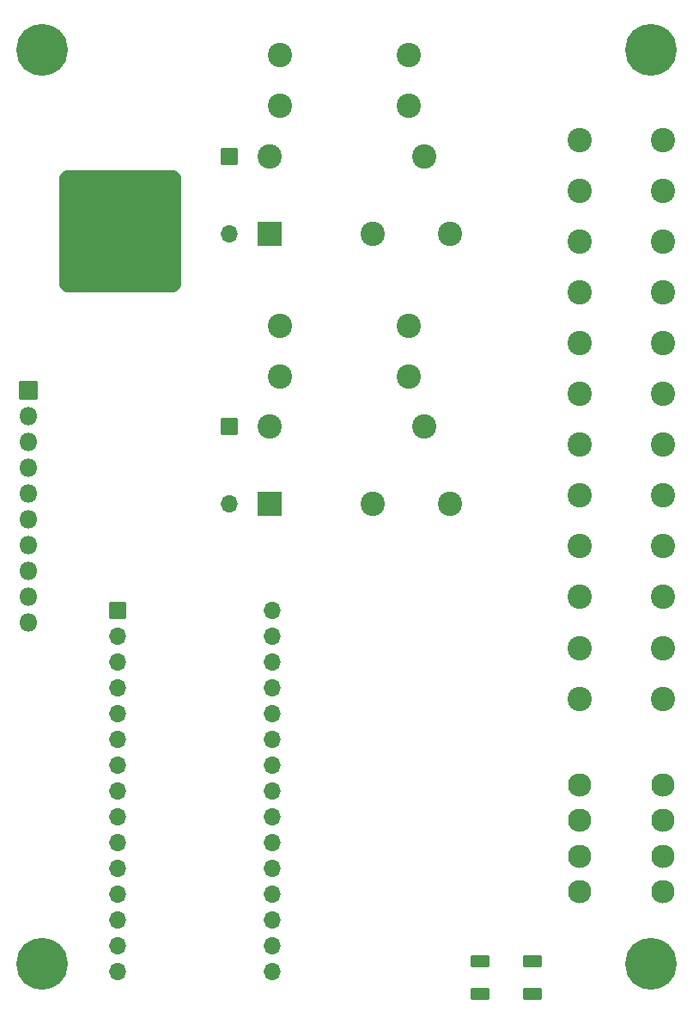
<source format=gbr>
%TF.GenerationSoftware,KiCad,Pcbnew,7.0.9*%
%TF.CreationDate,2024-02-10T01:22:26-05:00*%
%TF.ProjectId,BREAD_Slice,42524541-445f-4536-9c69-63652e6b6963,rev?*%
%TF.SameCoordinates,PX74eba40PY8552dc0*%
%TF.FileFunction,Soldermask,Top*%
%TF.FilePolarity,Negative*%
%FSLAX46Y46*%
G04 Gerber Fmt 4.6, Leading zero omitted, Abs format (unit mm)*
G04 Created by KiCad (PCBNEW 7.0.9) date 2024-02-10 01:22:26*
%MOMM*%
%LPD*%
G01*
G04 APERTURE LIST*
G04 Aperture macros list*
%AMRoundRect*
0 Rectangle with rounded corners*
0 $1 Rounding radius*
0 $2 $3 $4 $5 $6 $7 $8 $9 X,Y pos of 4 corners*
0 Add a 4 corners polygon primitive as box body*
4,1,4,$2,$3,$4,$5,$6,$7,$8,$9,$2,$3,0*
0 Add four circle primitives for the rounded corners*
1,1,$1+$1,$2,$3*
1,1,$1+$1,$4,$5*
1,1,$1+$1,$6,$7*
1,1,$1+$1,$8,$9*
0 Add four rect primitives between the rounded corners*
20,1,$1+$1,$2,$3,$4,$5,0*
20,1,$1+$1,$4,$5,$6,$7,0*
20,1,$1+$1,$6,$7,$8,$9,0*
20,1,$1+$1,$8,$9,$2,$3,0*%
G04 Aperture macros list end*
%ADD10RoundRect,1.050000X-5.000000X-5.000000X5.000000X-5.000000X5.000000X5.000000X-5.000000X5.000000X0*%
%ADD11RoundRect,0.101600X-0.825500X-0.500000X0.825500X-0.500000X0.825500X0.500000X-0.825500X0.500000X0*%
%ADD12C,2.400000*%
%ADD13C,5.100000*%
%ADD14RoundRect,0.050000X-0.800000X-0.800000X0.800000X-0.800000X0.800000X0.800000X-0.800000X0.800000X0*%
%ADD15O,1.700000X1.700000*%
%ADD16RoundRect,0.050000X-0.850000X-0.850000X0.850000X-0.850000X0.850000X0.850000X-0.850000X0.850000X0*%
%ADD17O,1.800000X1.800000*%
%ADD18RoundRect,0.050000X-0.800000X0.800000X-0.800000X-0.800000X0.800000X-0.800000X0.800000X0.800000X0*%
%ADD19C,2.300000*%
%ADD20RoundRect,0.050000X1.150000X1.150000X-1.150000X1.150000X-1.150000X-1.150000X1.150000X-1.150000X0*%
G04 APERTURE END LIST*
D10*
%TO.C,HS1*%
X12700000Y77100000D03*
%TD*%
D11*
%TO.C,D1*%
X48123000Y5267231D03*
X48123000Y2067231D03*
X53277000Y2067231D03*
X53277000Y5267231D03*
%TD*%
D12*
%TO.C,J18*%
X58000000Y31100000D03*
X66200000Y31100000D03*
%TD*%
%TO.C,J10*%
X58000000Y61100000D03*
X66200000Y61100000D03*
%TD*%
%TO.C,F2*%
X41150000Y89492700D03*
X41150000Y94492700D03*
X28450000Y89492700D03*
X28450000Y94492700D03*
%TD*%
%TO.C,F1*%
X28450000Y67792700D03*
X28450000Y62792700D03*
X41150000Y67792700D03*
X41150000Y62792700D03*
%TD*%
%TO.C,J17*%
X58000000Y36100000D03*
X66200000Y36100000D03*
%TD*%
%TO.C,J16*%
X58000000Y41100000D03*
X66200000Y41100000D03*
%TD*%
%TO.C,J15*%
X58000000Y46100000D03*
X66200000Y46100000D03*
%TD*%
%TO.C,J14*%
X58000000Y51100000D03*
X66200000Y51100000D03*
%TD*%
%TO.C,J13*%
X58000000Y56100000D03*
X66200000Y56100000D03*
%TD*%
%TO.C,J9*%
X58000000Y66100000D03*
X66200000Y66100000D03*
%TD*%
%TO.C,J8*%
X58000000Y71100000D03*
X66200000Y71100000D03*
%TD*%
%TO.C,J7*%
X58000000Y76100000D03*
X66200000Y76100000D03*
%TD*%
%TO.C,J6*%
X58000000Y81100000D03*
X66200000Y81100000D03*
%TD*%
%TO.C,J5*%
X58000000Y86100000D03*
X66200000Y86100000D03*
%TD*%
D13*
%TO.C,H1*%
X5000000Y95000000D03*
%TD*%
%TO.C,H3*%
X65000000Y95000000D03*
%TD*%
%TO.C,H2*%
X5000000Y5000000D03*
%TD*%
%TO.C,H4*%
X65000000Y5000000D03*
%TD*%
D14*
%TO.C,A1*%
X12400000Y39800000D03*
D15*
X12400000Y37260000D03*
X12400000Y34720000D03*
X12400000Y32180000D03*
X12400000Y29640000D03*
X12400000Y27100000D03*
X12400000Y24560000D03*
X12400000Y22020000D03*
X12400000Y19480000D03*
X12400000Y16940000D03*
X12400000Y14400000D03*
X12400000Y11860000D03*
X12400000Y9320000D03*
X12400000Y6780000D03*
X12400000Y4240000D03*
X27640000Y4240000D03*
X27640000Y6780000D03*
X27640000Y9320000D03*
X27640000Y11860000D03*
X27640000Y14400000D03*
X27640000Y16940000D03*
X27640000Y19480000D03*
X27640000Y22020000D03*
X27640000Y24560000D03*
X27640000Y27100000D03*
X27640000Y29640000D03*
X27640000Y32180000D03*
X27640000Y34720000D03*
X27640000Y37260000D03*
X27640000Y39800000D03*
%TD*%
D16*
%TO.C,J1*%
X3600000Y61450000D03*
D17*
X3600000Y58910000D03*
X3600000Y56370000D03*
X3600000Y53830000D03*
X3600000Y51290000D03*
X3600000Y48750000D03*
X3600000Y46210000D03*
X3600000Y43670000D03*
X3600000Y41130000D03*
X3600000Y38590000D03*
%TD*%
D18*
%TO.C,D2*%
X23400000Y84510000D03*
D15*
X23400000Y76890000D03*
%TD*%
D19*
%TO.C,J3*%
X58000000Y19100000D03*
X66200000Y19100000D03*
%TD*%
%TO.C,J11*%
X58000000Y12100000D03*
X66200000Y12100000D03*
%TD*%
%TO.C,J12*%
X58000000Y15600000D03*
X66200000Y15600000D03*
%TD*%
D12*
%TO.C,K2*%
X27425000Y57920000D03*
X42665000Y57920000D03*
X45205000Y50300000D03*
X37585000Y50300000D03*
D20*
X27425000Y50300000D03*
%TD*%
D19*
%TO.C,J4*%
X58000000Y22600000D03*
X66200000Y22600000D03*
%TD*%
D18*
%TO.C,D3*%
X23400000Y57910000D03*
D15*
X23400000Y50290000D03*
%TD*%
D12*
%TO.C,K1*%
X27425000Y84520000D03*
X42665000Y84520000D03*
X45205000Y76900000D03*
X37585000Y76900000D03*
D20*
X27425000Y76900000D03*
%TD*%
M02*

</source>
